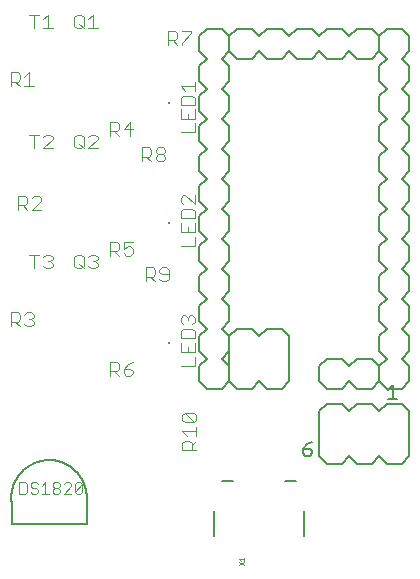
<source format=gto>
G75*
%MOIN*%
%OFA0B0*%
%FSLAX25Y25*%
%IPPOS*%
%LPD*%
%AMOC8*
5,1,8,0,0,1.08239X$1,22.5*
%
%ADD10R,0.00787X0.00787*%
%ADD11C,0.00400*%
%ADD12C,0.00500*%
%ADD13C,0.00600*%
%ADD14C,0.00300*%
%ADD15C,0.00800*%
%ADD16C,0.00100*%
D10*
X0064300Y0084694D03*
X0064300Y0124694D03*
X0064300Y0164694D03*
D11*
X0068246Y0164042D02*
X0068246Y0166344D01*
X0069013Y0167111D01*
X0072083Y0167111D01*
X0072850Y0166344D01*
X0072850Y0164042D01*
X0068246Y0164042D01*
X0068246Y0162507D02*
X0068246Y0159438D01*
X0072850Y0159438D01*
X0072850Y0162507D01*
X0070548Y0160973D02*
X0070548Y0159438D01*
X0072850Y0157904D02*
X0072850Y0154834D01*
X0068246Y0154834D01*
X0062923Y0149087D02*
X0062923Y0148319D01*
X0062156Y0147552D01*
X0060621Y0147552D01*
X0059854Y0148319D01*
X0059854Y0149087D01*
X0060621Y0149854D01*
X0062156Y0149854D01*
X0062923Y0149087D01*
X0062156Y0147552D02*
X0062923Y0146785D01*
X0062923Y0146017D01*
X0062156Y0145250D01*
X0060621Y0145250D01*
X0059854Y0146017D01*
X0059854Y0146785D01*
X0060621Y0147552D01*
X0058319Y0147552D02*
X0058319Y0149087D01*
X0057552Y0149854D01*
X0055250Y0149854D01*
X0055250Y0145250D01*
X0055250Y0146785D02*
X0057552Y0146785D01*
X0058319Y0147552D01*
X0056785Y0146785D02*
X0058319Y0145250D01*
X0051448Y0153750D02*
X0051448Y0158354D01*
X0049146Y0156052D01*
X0052215Y0156052D01*
X0047611Y0156052D02*
X0046844Y0155285D01*
X0044542Y0155285D01*
X0046077Y0155285D02*
X0047611Y0153750D01*
X0047611Y0156052D02*
X0047611Y0157587D01*
X0046844Y0158354D01*
X0044542Y0158354D01*
X0044542Y0153750D01*
X0040465Y0153337D02*
X0039698Y0154104D01*
X0038163Y0154104D01*
X0037396Y0153337D01*
X0035861Y0153337D02*
X0035861Y0150267D01*
X0035094Y0149500D01*
X0033559Y0149500D01*
X0032792Y0150267D01*
X0032792Y0153337D01*
X0033559Y0154104D01*
X0035094Y0154104D01*
X0035861Y0153337D01*
X0034327Y0151035D02*
X0035861Y0149500D01*
X0037396Y0149500D02*
X0040465Y0152569D01*
X0040465Y0153337D01*
X0040465Y0149500D02*
X0037396Y0149500D01*
X0025465Y0149500D02*
X0022396Y0149500D01*
X0025465Y0152569D01*
X0025465Y0153337D01*
X0024698Y0154104D01*
X0023163Y0154104D01*
X0022396Y0153337D01*
X0020861Y0154104D02*
X0017792Y0154104D01*
X0019327Y0154104D02*
X0019327Y0149500D01*
X0019371Y0133604D02*
X0018604Y0132837D01*
X0019371Y0133604D02*
X0020906Y0133604D01*
X0021673Y0132837D01*
X0021673Y0132069D01*
X0018604Y0129000D01*
X0021673Y0129000D01*
X0017069Y0129000D02*
X0015535Y0130535D01*
X0016302Y0130535D02*
X0014000Y0130535D01*
X0014000Y0129000D02*
X0014000Y0133604D01*
X0016302Y0133604D01*
X0017069Y0132837D01*
X0017069Y0131302D01*
X0016302Y0130535D01*
X0017792Y0114104D02*
X0020861Y0114104D01*
X0019327Y0114104D02*
X0019327Y0109500D01*
X0022396Y0110267D02*
X0023163Y0109500D01*
X0024698Y0109500D01*
X0025465Y0110267D01*
X0025465Y0111035D01*
X0024698Y0111802D01*
X0023931Y0111802D01*
X0024698Y0111802D02*
X0025465Y0112569D01*
X0025465Y0113337D01*
X0024698Y0114104D01*
X0023163Y0114104D01*
X0022396Y0113337D01*
X0032792Y0113337D02*
X0032792Y0110267D01*
X0033559Y0109500D01*
X0035094Y0109500D01*
X0035861Y0110267D01*
X0035861Y0113337D01*
X0035094Y0114104D01*
X0033559Y0114104D01*
X0032792Y0113337D01*
X0034327Y0111035D02*
X0035861Y0109500D01*
X0037396Y0110267D02*
X0038163Y0109500D01*
X0039698Y0109500D01*
X0040465Y0110267D01*
X0040465Y0111035D01*
X0039698Y0111802D01*
X0038931Y0111802D01*
X0039698Y0111802D02*
X0040465Y0112569D01*
X0040465Y0113337D01*
X0039698Y0114104D01*
X0038163Y0114104D01*
X0037396Y0113337D01*
X0044542Y0113750D02*
X0044542Y0118354D01*
X0046844Y0118354D01*
X0047611Y0117587D01*
X0047611Y0116052D01*
X0046844Y0115285D01*
X0044542Y0115285D01*
X0046077Y0115285D02*
X0047611Y0113750D01*
X0049146Y0114517D02*
X0049913Y0113750D01*
X0051448Y0113750D01*
X0052215Y0114517D01*
X0052215Y0116052D01*
X0051448Y0116819D01*
X0050681Y0116819D01*
X0049146Y0116052D01*
X0049146Y0118354D01*
X0052215Y0118354D01*
X0056500Y0109854D02*
X0058802Y0109854D01*
X0059569Y0109087D01*
X0059569Y0107552D01*
X0058802Y0106785D01*
X0056500Y0106785D01*
X0058035Y0106785D02*
X0059569Y0105250D01*
X0061104Y0106017D02*
X0061871Y0105250D01*
X0063406Y0105250D01*
X0064173Y0106017D01*
X0064173Y0109087D01*
X0063406Y0109854D01*
X0061871Y0109854D01*
X0061104Y0109087D01*
X0061104Y0108319D01*
X0061871Y0107552D01*
X0064173Y0107552D01*
X0056500Y0105250D02*
X0056500Y0109854D01*
X0068246Y0117000D02*
X0072850Y0117000D01*
X0072850Y0120069D01*
X0072850Y0121604D02*
X0072850Y0124673D01*
X0072850Y0126208D02*
X0072850Y0128510D01*
X0072083Y0129277D01*
X0069013Y0129277D01*
X0068246Y0128510D01*
X0068246Y0126208D01*
X0072850Y0126208D01*
X0070548Y0123139D02*
X0070548Y0121604D01*
X0068246Y0121604D02*
X0072850Y0121604D01*
X0068246Y0121604D02*
X0068246Y0124673D01*
X0069013Y0130812D02*
X0068246Y0131579D01*
X0068246Y0133114D01*
X0069013Y0133881D01*
X0069781Y0133881D01*
X0072850Y0130812D01*
X0072850Y0133881D01*
X0072850Y0168646D02*
X0072850Y0171715D01*
X0072850Y0170181D02*
X0068246Y0170181D01*
X0069781Y0168646D01*
X0068604Y0184000D02*
X0068604Y0184767D01*
X0071673Y0187837D01*
X0071673Y0188604D01*
X0068604Y0188604D01*
X0067069Y0187837D02*
X0067069Y0186302D01*
X0066302Y0185535D01*
X0064000Y0185535D01*
X0065535Y0185535D02*
X0067069Y0184000D01*
X0064000Y0184000D02*
X0064000Y0188604D01*
X0066302Y0188604D01*
X0067069Y0187837D01*
X0040465Y0189500D02*
X0037396Y0189500D01*
X0035861Y0189500D02*
X0034327Y0191035D01*
X0035861Y0190267D02*
X0035094Y0189500D01*
X0033559Y0189500D01*
X0032792Y0190267D01*
X0032792Y0193337D01*
X0033559Y0194104D01*
X0035094Y0194104D01*
X0035861Y0193337D01*
X0035861Y0190267D01*
X0037396Y0192569D02*
X0038931Y0194104D01*
X0038931Y0189500D01*
X0025465Y0189500D02*
X0022396Y0189500D01*
X0023931Y0189500D02*
X0023931Y0194104D01*
X0022396Y0192569D01*
X0020861Y0194104D02*
X0017792Y0194104D01*
X0019327Y0194104D02*
X0019327Y0189500D01*
X0017639Y0174854D02*
X0016104Y0173319D01*
X0014569Y0172552D02*
X0013802Y0171785D01*
X0011500Y0171785D01*
X0013035Y0171785D02*
X0014569Y0170250D01*
X0016104Y0170250D02*
X0019173Y0170250D01*
X0017639Y0170250D02*
X0017639Y0174854D01*
X0014569Y0174087D02*
X0014569Y0172552D01*
X0014569Y0174087D02*
X0013802Y0174854D01*
X0011500Y0174854D01*
X0011500Y0170250D01*
X0011500Y0094854D02*
X0013802Y0094854D01*
X0014569Y0094087D01*
X0014569Y0092552D01*
X0013802Y0091785D01*
X0011500Y0091785D01*
X0013035Y0091785D02*
X0014569Y0090250D01*
X0016104Y0091017D02*
X0016871Y0090250D01*
X0018406Y0090250D01*
X0019173Y0091017D01*
X0019173Y0091785D01*
X0018406Y0092552D01*
X0017639Y0092552D01*
X0018406Y0092552D02*
X0019173Y0093319D01*
X0019173Y0094087D01*
X0018406Y0094854D01*
X0016871Y0094854D01*
X0016104Y0094087D01*
X0011500Y0094854D02*
X0011500Y0090250D01*
X0044542Y0078354D02*
X0044542Y0073750D01*
X0044542Y0075285D02*
X0046844Y0075285D01*
X0047611Y0076052D01*
X0047611Y0077587D01*
X0046844Y0078354D01*
X0044542Y0078354D01*
X0046077Y0075285D02*
X0047611Y0073750D01*
X0049146Y0074517D02*
X0049146Y0076052D01*
X0051448Y0076052D01*
X0052215Y0075285D01*
X0052215Y0074517D01*
X0051448Y0073750D01*
X0049913Y0073750D01*
X0049146Y0074517D01*
X0049146Y0076052D02*
X0050681Y0077587D01*
X0052215Y0078354D01*
X0068246Y0077000D02*
X0072850Y0077000D01*
X0072850Y0080069D01*
X0072850Y0081604D02*
X0072850Y0084673D01*
X0072850Y0086208D02*
X0072850Y0088510D01*
X0072083Y0089277D01*
X0069013Y0089277D01*
X0068246Y0088510D01*
X0068246Y0086208D01*
X0072850Y0086208D01*
X0070548Y0083139D02*
X0070548Y0081604D01*
X0068246Y0081604D02*
X0072850Y0081604D01*
X0068246Y0081604D02*
X0068246Y0084673D01*
X0069013Y0090812D02*
X0068246Y0091579D01*
X0068246Y0093114D01*
X0069013Y0093881D01*
X0069781Y0093881D01*
X0070548Y0093114D01*
X0071315Y0093881D01*
X0072083Y0093881D01*
X0072850Y0093114D01*
X0072850Y0091579D01*
X0072083Y0090812D01*
X0070548Y0092346D02*
X0070548Y0093114D01*
X0069513Y0061277D02*
X0072583Y0058208D01*
X0073350Y0058975D01*
X0073350Y0060510D01*
X0072583Y0061277D01*
X0069513Y0061277D01*
X0068746Y0060510D01*
X0068746Y0058975D01*
X0069513Y0058208D01*
X0072583Y0058208D01*
X0073350Y0056673D02*
X0073350Y0053604D01*
X0073350Y0055139D02*
X0068746Y0055139D01*
X0070281Y0053604D01*
X0071048Y0052069D02*
X0069513Y0052069D01*
X0068746Y0051302D01*
X0068746Y0049000D01*
X0073350Y0049000D01*
X0071815Y0049000D02*
X0071815Y0051302D01*
X0071048Y0052069D01*
X0071815Y0050535D02*
X0073350Y0052069D01*
D12*
X0036800Y0024300D02*
X0011800Y0024300D01*
X0011800Y0031800D01*
X0011774Y0032105D01*
X0011754Y0032410D01*
X0011742Y0032716D01*
X0011738Y0033022D01*
X0011741Y0033328D01*
X0011752Y0033633D01*
X0011769Y0033939D01*
X0011795Y0034244D01*
X0011828Y0034548D01*
X0011868Y0034851D01*
X0011915Y0035153D01*
X0011970Y0035454D01*
X0012032Y0035754D01*
X0012102Y0036052D01*
X0012179Y0036348D01*
X0012262Y0036642D01*
X0012354Y0036934D01*
X0012452Y0037224D01*
X0012557Y0037511D01*
X0012669Y0037796D01*
X0012788Y0038078D01*
X0012914Y0038356D01*
X0013046Y0038632D01*
X0013186Y0038904D01*
X0013331Y0039173D01*
X0013484Y0039439D01*
X0013643Y0039700D01*
X0013808Y0039958D01*
X0013979Y0040211D01*
X0014156Y0040460D01*
X0014340Y0040705D01*
X0014529Y0040945D01*
X0014724Y0041181D01*
X0014925Y0041412D01*
X0015132Y0041638D01*
X0015344Y0041858D01*
X0015561Y0042074D01*
X0015783Y0042284D01*
X0016010Y0042489D01*
X0016243Y0042688D01*
X0016480Y0042881D01*
X0016721Y0043068D01*
X0016968Y0043250D01*
X0017218Y0043426D01*
X0017473Y0043595D01*
X0017732Y0043758D01*
X0017994Y0043915D01*
X0018261Y0044065D01*
X0018531Y0044209D01*
X0018804Y0044346D01*
X0019081Y0044477D01*
X0019361Y0044600D01*
X0019644Y0044717D01*
X0019929Y0044827D01*
X0020217Y0044930D01*
X0020508Y0045026D01*
X0020800Y0045115D01*
X0021095Y0045196D01*
X0021392Y0045271D01*
X0021690Y0045338D01*
X0021990Y0045398D01*
X0022292Y0045450D01*
X0022594Y0045496D01*
X0022898Y0045534D01*
X0023202Y0045564D01*
X0023507Y0045587D01*
X0023813Y0045603D01*
X0024119Y0045611D01*
X0024425Y0045611D01*
X0024730Y0045605D01*
X0025036Y0045590D01*
X0025341Y0045569D01*
X0025646Y0045540D01*
X0025949Y0045503D01*
X0026252Y0045459D01*
X0026554Y0045408D01*
X0026854Y0045350D01*
X0027153Y0045284D01*
X0027450Y0045211D01*
X0027745Y0045130D01*
X0028038Y0045043D01*
X0028329Y0044948D01*
X0028618Y0044847D01*
X0028904Y0044738D01*
X0029187Y0044622D01*
X0029467Y0044500D01*
X0029745Y0044371D01*
X0030019Y0044235D01*
X0030289Y0044092D01*
X0030556Y0043943D01*
X0030820Y0043788D01*
X0031079Y0043626D01*
X0031335Y0043457D01*
X0031586Y0043283D01*
X0031833Y0043103D01*
X0032076Y0042916D01*
X0032314Y0042724D01*
X0032547Y0042526D01*
X0032775Y0042322D01*
X0032999Y0042113D01*
X0033217Y0041899D01*
X0033429Y0041679D01*
X0033637Y0041454D01*
X0033839Y0041224D01*
X0034035Y0040989D01*
X0034225Y0040750D01*
X0034410Y0040506D01*
X0034589Y0040258D01*
X0034761Y0040005D01*
X0034927Y0039748D01*
X0035087Y0039487D01*
X0035241Y0039223D01*
X0035388Y0038955D01*
X0035528Y0038683D01*
X0035662Y0038408D01*
X0035789Y0038129D01*
X0035910Y0037848D01*
X0036023Y0037564D01*
X0036129Y0037277D01*
X0036229Y0036988D01*
X0036321Y0036696D01*
X0036406Y0036402D01*
X0036484Y0036107D01*
X0036555Y0035809D01*
X0036619Y0035510D01*
X0036675Y0035209D01*
X0036724Y0034907D01*
X0036766Y0034604D01*
X0036800Y0034300D01*
X0036800Y0024300D01*
X0076800Y0069300D02*
X0074300Y0071800D01*
X0074300Y0076800D01*
X0076800Y0079300D01*
X0074300Y0081800D01*
X0074300Y0086800D01*
X0076800Y0089300D01*
X0074300Y0091800D01*
X0074300Y0096800D01*
X0076800Y0099300D01*
X0074300Y0101800D01*
X0074300Y0106800D01*
X0076800Y0109300D01*
X0074300Y0111800D01*
X0074300Y0116800D01*
X0076800Y0119300D01*
X0074300Y0121800D01*
X0074300Y0126800D01*
X0076800Y0129300D01*
X0074300Y0131800D01*
X0074300Y0136800D01*
X0076800Y0139300D01*
X0074300Y0141800D01*
X0074300Y0146800D01*
X0076800Y0149300D01*
X0074300Y0151800D01*
X0074300Y0156800D01*
X0076800Y0159300D01*
X0074300Y0161800D01*
X0074300Y0166800D01*
X0076800Y0169300D01*
X0074300Y0171800D01*
X0074300Y0176800D01*
X0076800Y0179300D01*
X0074300Y0181800D01*
X0074300Y0186800D01*
X0076800Y0189300D01*
X0081800Y0189300D01*
X0084300Y0186800D01*
X0084300Y0181800D01*
X0086800Y0179300D01*
X0091800Y0179300D01*
X0094300Y0181800D01*
X0096800Y0179300D01*
X0101800Y0179300D01*
X0104300Y0181800D01*
X0106800Y0179300D01*
X0111800Y0179300D01*
X0114300Y0181800D01*
X0116800Y0179300D01*
X0121800Y0179300D01*
X0124300Y0181800D01*
X0126800Y0179300D01*
X0131800Y0179300D01*
X0134300Y0181800D01*
X0134300Y0186800D01*
X0136800Y0189300D01*
X0141800Y0189300D01*
X0144300Y0186800D01*
X0144300Y0181800D01*
X0141800Y0179300D01*
X0144300Y0176800D01*
X0144300Y0171800D01*
X0141800Y0169300D01*
X0144300Y0166800D01*
X0144300Y0161800D01*
X0141800Y0159300D01*
X0144300Y0156800D01*
X0144300Y0151800D01*
X0141800Y0149300D01*
X0144300Y0146800D01*
X0144300Y0141800D01*
X0141800Y0139300D01*
X0144300Y0136800D01*
X0144300Y0131800D01*
X0141800Y0129300D01*
X0144300Y0126800D01*
X0144300Y0121800D01*
X0141800Y0119300D01*
X0144300Y0116800D01*
X0144300Y0111800D01*
X0141800Y0109300D01*
X0144300Y0106800D01*
X0144300Y0101800D01*
X0141800Y0099300D01*
X0144300Y0096800D01*
X0144300Y0091800D01*
X0141800Y0089300D01*
X0144300Y0086800D01*
X0144300Y0081800D01*
X0141800Y0079300D01*
X0144300Y0076800D01*
X0144300Y0071800D01*
X0141800Y0069300D01*
X0136800Y0069300D01*
X0134300Y0071800D01*
X0131800Y0069300D01*
X0126800Y0069300D01*
X0124300Y0071800D01*
X0121800Y0069300D01*
X0116800Y0069300D01*
X0114300Y0071800D01*
X0114300Y0076800D01*
X0116800Y0079300D01*
X0121800Y0079300D01*
X0124300Y0076800D01*
X0126800Y0079300D01*
X0131800Y0079300D01*
X0134300Y0076800D01*
X0134300Y0071800D01*
X0137446Y0069053D02*
X0138947Y0070554D01*
X0138947Y0066050D01*
X0137446Y0066050D02*
X0140449Y0066050D01*
X0134300Y0076800D02*
X0136800Y0079300D01*
X0134300Y0081800D01*
X0134300Y0086800D01*
X0136800Y0089300D01*
X0134300Y0091800D01*
X0134300Y0096800D01*
X0136800Y0099300D01*
X0134300Y0101800D01*
X0134300Y0106800D01*
X0136800Y0109300D01*
X0134300Y0111800D01*
X0134300Y0116800D01*
X0136800Y0119300D01*
X0134300Y0121800D01*
X0134300Y0126800D01*
X0136800Y0129300D01*
X0134300Y0131800D01*
X0134300Y0136800D01*
X0136800Y0139300D01*
X0134300Y0141800D01*
X0134300Y0146800D01*
X0136800Y0149300D01*
X0134300Y0151800D01*
X0134300Y0156800D01*
X0136800Y0159300D01*
X0134300Y0161800D01*
X0134300Y0166800D01*
X0136800Y0169300D01*
X0134300Y0171800D01*
X0134300Y0176800D01*
X0136800Y0179300D01*
X0134300Y0181800D01*
X0134300Y0186800D02*
X0131800Y0189300D01*
X0126800Y0189300D01*
X0124300Y0186800D01*
X0121800Y0189300D01*
X0116800Y0189300D01*
X0114300Y0186800D01*
X0111800Y0189300D01*
X0106800Y0189300D01*
X0104300Y0186800D01*
X0101800Y0189300D01*
X0096800Y0189300D01*
X0094300Y0186800D01*
X0091800Y0189300D01*
X0086800Y0189300D01*
X0084300Y0186800D01*
X0084300Y0181800D02*
X0081800Y0179300D01*
X0084300Y0176800D01*
X0084300Y0171800D01*
X0081800Y0169300D01*
X0084300Y0166800D01*
X0084300Y0161800D01*
X0081800Y0159300D01*
X0084300Y0156800D01*
X0084300Y0151800D01*
X0081800Y0149300D01*
X0084300Y0146800D01*
X0084300Y0141800D01*
X0081800Y0139300D01*
X0084300Y0136800D01*
X0084300Y0131800D01*
X0081800Y0129300D01*
X0084300Y0126800D01*
X0084300Y0121800D01*
X0081800Y0119300D01*
X0084300Y0116800D01*
X0084300Y0111800D01*
X0081800Y0109300D01*
X0084300Y0106800D01*
X0084300Y0101800D01*
X0081800Y0099300D01*
X0084300Y0096800D01*
X0084300Y0091800D01*
X0081800Y0089300D01*
X0084300Y0086800D01*
X0084300Y0071800D01*
X0086800Y0069300D01*
X0091800Y0069300D01*
X0094300Y0071800D01*
X0096800Y0069300D01*
X0101800Y0069300D01*
X0104300Y0071800D01*
X0104300Y0086800D01*
X0101800Y0089300D01*
X0096800Y0089300D01*
X0094300Y0086800D01*
X0091800Y0089300D01*
X0086800Y0089300D01*
X0084300Y0086800D01*
X0084300Y0081800D01*
X0081800Y0079300D01*
X0084300Y0076800D01*
X0084300Y0071800D01*
X0081800Y0069300D01*
X0076800Y0069300D01*
X0108946Y0049302D02*
X0108946Y0047801D01*
X0109697Y0047050D01*
X0111198Y0047050D01*
X0111949Y0047801D01*
X0111949Y0048551D01*
X0111198Y0049302D01*
X0108946Y0049302D01*
X0110447Y0050803D01*
X0111949Y0051554D01*
D13*
X0114300Y0046800D02*
X0114300Y0061800D01*
X0116800Y0064300D01*
X0121800Y0064300D01*
X0124300Y0061800D01*
X0126800Y0064300D01*
X0131800Y0064300D01*
X0134300Y0061800D01*
X0136800Y0064300D01*
X0141800Y0064300D01*
X0144300Y0061800D01*
X0144300Y0046800D01*
X0141800Y0044300D01*
X0136800Y0044300D01*
X0134300Y0046800D01*
X0131800Y0044300D01*
X0126800Y0044300D01*
X0124300Y0046800D01*
X0121800Y0044300D01*
X0116800Y0044300D01*
X0114300Y0046800D01*
D14*
X0035334Y0037536D02*
X0035334Y0035067D01*
X0034717Y0034450D01*
X0033483Y0034450D01*
X0032866Y0035067D01*
X0035334Y0037536D01*
X0034717Y0038153D01*
X0033483Y0038153D01*
X0032866Y0037536D01*
X0032866Y0035067D01*
X0031651Y0034450D02*
X0029183Y0034450D01*
X0031651Y0036919D01*
X0031651Y0037536D01*
X0031034Y0038153D01*
X0029800Y0038153D01*
X0029183Y0037536D01*
X0027968Y0037536D02*
X0027351Y0038153D01*
X0026117Y0038153D01*
X0025499Y0037536D01*
X0025499Y0036919D01*
X0026117Y0036302D01*
X0027351Y0036302D01*
X0027968Y0035684D01*
X0027968Y0035067D01*
X0027351Y0034450D01*
X0026117Y0034450D01*
X0025499Y0035067D01*
X0025499Y0035684D01*
X0026117Y0036302D01*
X0027351Y0036302D02*
X0027968Y0036919D01*
X0027968Y0037536D01*
X0024285Y0034450D02*
X0021816Y0034450D01*
X0023051Y0034450D02*
X0023051Y0038153D01*
X0021816Y0036919D01*
X0020602Y0037536D02*
X0019985Y0038153D01*
X0018750Y0038153D01*
X0018133Y0037536D01*
X0018133Y0036919D01*
X0018750Y0036302D01*
X0019985Y0036302D01*
X0020602Y0035684D01*
X0020602Y0035067D01*
X0019985Y0034450D01*
X0018750Y0034450D01*
X0018133Y0035067D01*
X0016919Y0035067D02*
X0016919Y0037536D01*
X0016302Y0038153D01*
X0014450Y0038153D01*
X0014450Y0034450D01*
X0016302Y0034450D01*
X0016919Y0035067D01*
D15*
X0079339Y0028700D02*
X0079339Y0020432D01*
X0082095Y0038542D02*
X0085639Y0038542D01*
X0102961Y0038542D02*
X0106505Y0038542D01*
X0109261Y0028700D02*
X0109261Y0020432D01*
D16*
X0089250Y0013074D02*
X0089250Y0012073D01*
X0089250Y0011601D02*
X0087749Y0010600D01*
X0087749Y0011601D02*
X0089250Y0010600D01*
X0088249Y0012073D02*
X0087749Y0012574D01*
X0089250Y0012574D01*
M02*

</source>
